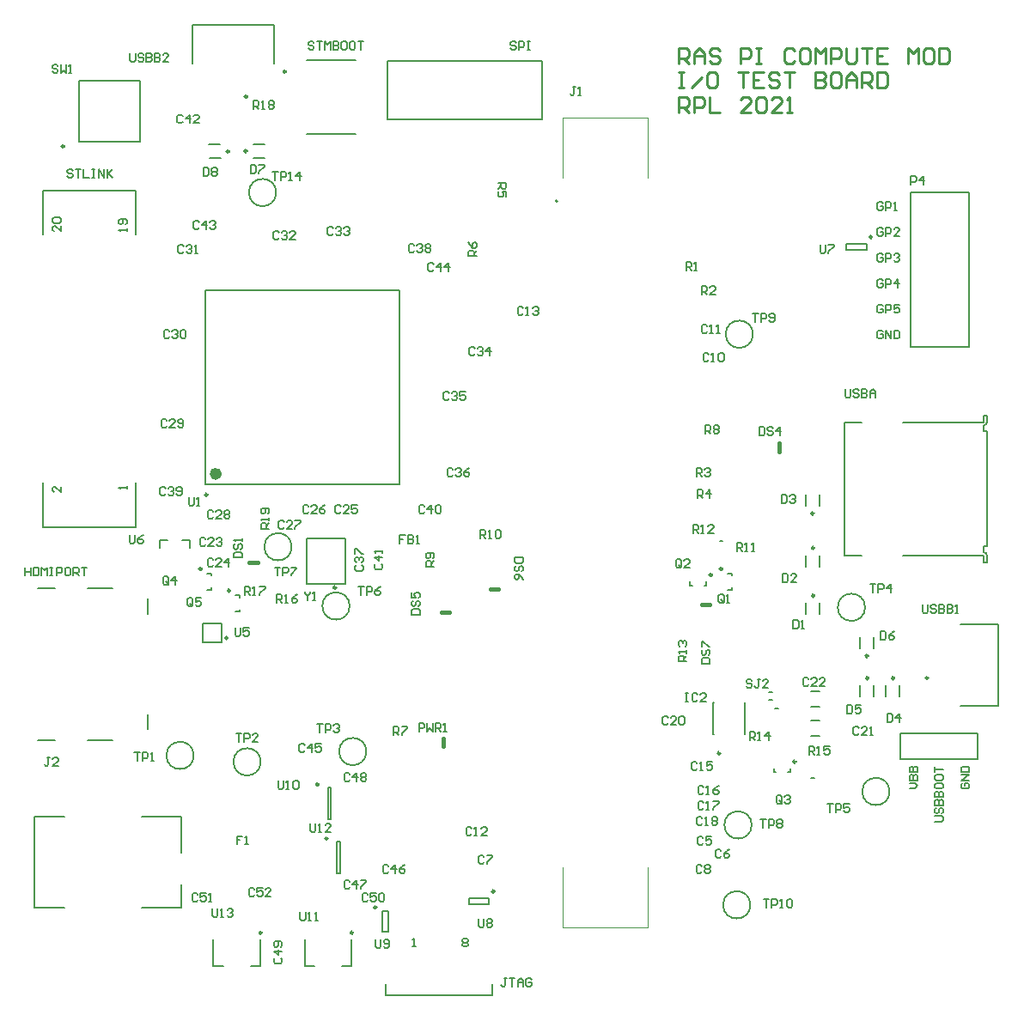
<source format=gto>
G04*
G04 #@! TF.GenerationSoftware,Altium Limited,Altium Designer,20.0.11 (256)*
G04*
G04 Layer_Color=65535*
%FSLAX25Y25*%
%MOIN*%
G70*
G01*
G75*
%ADD10C,0.00984*%
%ADD11C,0.00591*%
%ADD12C,0.02362*%
%ADD13C,0.00787*%
%ADD14C,0.01575*%
%ADD15C,0.00394*%
%ADD16C,0.01000*%
%ADD17C,0.00600*%
D10*
X128150Y24697D02*
G03*
X128150Y24697I-492J0D01*
G01*
X87110Y349240D02*
G03*
X87110Y349240I-492J0D01*
G01*
X102079Y359000D02*
G03*
X102079Y359000I-492J0D01*
G01*
X86972Y328098D02*
G03*
X86972Y328098I-492J0D01*
G01*
X80012Y327902D02*
G03*
X80012Y327902I-492J0D01*
G01*
X114768Y82284D02*
G03*
X114768Y82284I-492J0D01*
G01*
X118268Y61283D02*
G03*
X118268Y61283I-492J0D01*
G01*
X92744Y24677D02*
G03*
X92744Y24677I-492J0D01*
G01*
X121535Y158665D02*
G03*
X121535Y158665I-492J0D01*
G01*
X71689Y194669D02*
G03*
X71689Y194669I-492J0D01*
G01*
X16043Y329925D02*
G03*
X16043Y329925I-492J0D01*
G01*
X327980Y132155D02*
G03*
X327980Y132155I-492J0D01*
G01*
X183004Y40740D02*
G03*
X183004Y40740I-492J0D01*
G01*
X137252Y34512D02*
G03*
X137252Y34512I-492J0D01*
G01*
X306894Y187429D02*
G03*
X306894Y187429I-492J0D01*
G01*
X307091Y174020D02*
G03*
X307091Y174020I-492J0D01*
G01*
X328091Y123520D02*
G03*
X328091Y123520I-492J0D01*
G01*
X307091Y155520D02*
G03*
X307091Y155520I-492J0D01*
G01*
X338091Y123520D02*
G03*
X338091Y123520I-492J0D01*
G01*
X79504Y139130D02*
G03*
X79504Y139130I-492J0D01*
G01*
X299913Y91059D02*
G03*
X299913Y91059I-492J0D01*
G01*
X329504Y294740D02*
G03*
X329504Y294740I-492J0D01*
G01*
X267413Y163559D02*
G03*
X267413Y163559I-492J0D01*
G01*
X270555Y94319D02*
G03*
X270555Y94319I-492J0D01*
G01*
X80433Y157421D02*
G03*
X80433Y157421I-492J0D01*
G01*
X69433Y165921D02*
G03*
X69433Y165921I-492J0D01*
G01*
X351276Y123592D02*
G03*
X351276Y123592I-492J0D01*
G01*
X271433Y165921D02*
G03*
X271433Y165921I-492J0D01*
G01*
D11*
X98295Y312000D02*
G03*
X98295Y312000I-5295J0D01*
G01*
X104295Y174500D02*
G03*
X104295Y174500I-5295J0D01*
G01*
X126795Y151500D02*
G03*
X126795Y151500I-5295J0D01*
G01*
X283295Y257000D02*
G03*
X283295Y257000I-5295J0D01*
G01*
X66295Y93500D02*
G03*
X66295Y93500I-5295J0D01*
G01*
X282795Y66500D02*
G03*
X282795Y66500I-5295J0D01*
G01*
X133295Y95000D02*
G03*
X133295Y95000I-5295J0D01*
G01*
X326795Y151000D02*
G03*
X326795Y151000I-5295J0D01*
G01*
X92295Y91000D02*
G03*
X92295Y91000I-5295J0D01*
G01*
X282295Y35500D02*
G03*
X282295Y35500I-5295J0D01*
G01*
X336295Y79500D02*
G03*
X336295Y79500I-5295J0D01*
G01*
D12*
X76020Y202839D02*
G03*
X76020Y202839I-1181J0D01*
G01*
D13*
X207110Y308264D02*
G03*
X207110Y309051I0J394D01*
G01*
D02*
G03*
X207110Y308264I0J-394D01*
G01*
X374058Y171173D02*
G03*
X372878Y172394I-1180J39D01*
G01*
Y221606D02*
G03*
X374058Y222827I0J1181D01*
G01*
X127461Y11902D02*
Y22138D01*
X123721Y11902D02*
X127461D01*
X109350D02*
Y22138D01*
Y11902D02*
X113091D01*
X7677Y312854D02*
X43898D01*
Y295728D02*
Y312854D01*
X7677Y295728D02*
Y312854D01*
X43898Y182146D02*
Y199272D01*
X7677Y182146D02*
Y199272D01*
Y182146D02*
X43898D01*
X97327Y362232D02*
Y377075D01*
Y368678D02*
Y377075D01*
X65673D02*
X97327D01*
X65673Y362232D02*
Y377075D01*
X109992Y334709D02*
X129008D01*
X109992Y363291D02*
X129008D01*
X141500Y340480D02*
X201500D01*
X141500D02*
Y363000D01*
X201500Y340480D02*
Y363000D01*
X141500D02*
X201500D01*
X89391Y325331D02*
X93722D01*
X89335Y330756D02*
X93665D01*
X72278Y330669D02*
X76609D01*
X72335Y325244D02*
X76665D01*
X118409Y81102D02*
X119591D01*
X118409Y68898D02*
X119591D01*
X118409D02*
Y81102D01*
X119591Y68898D02*
Y81102D01*
X121909Y60102D02*
X123091D01*
X121909Y47898D02*
X123091D01*
X121909D02*
Y60102D01*
X123091Y47898D02*
Y60102D01*
X73945Y11882D02*
X77685D01*
X73945D02*
Y22118D01*
X88315Y11882D02*
X92055D01*
Y22118D01*
X110020Y160142D02*
X124980D01*
Y177858D01*
X110020D02*
X124980D01*
X110020Y160142D02*
Y177858D01*
X70902Y198902D02*
X146098D01*
X70902Y274098D02*
X146098D01*
X70902Y198902D02*
Y274098D01*
X146098Y198902D02*
Y274098D01*
X21689Y331689D02*
Y355311D01*
Y331689D02*
X45311D01*
Y355311D01*
X21689D02*
X45311D01*
X324831Y135010D02*
Y139340D01*
X330256Y135066D02*
Y139397D01*
X305925Y112547D02*
X309075D01*
X305925Y118453D02*
X309075D01*
X61543Y34283D02*
Y43535D01*
X4457Y34283D02*
X16071D01*
X45992D02*
X61543D01*
Y55740D02*
Y69717D01*
X45992D02*
X61543D01*
X4457D02*
X16071D01*
X4457Y34283D02*
Y69717D01*
X173063Y35819D02*
X180937D01*
X173063Y38181D02*
X180937D01*
X173063Y35819D02*
Y38181D01*
X180937Y35819D02*
Y38181D01*
X141681Y25063D02*
Y32937D01*
X139319Y25063D02*
Y32937D01*
Y25063D02*
X141681D01*
X139319Y32937D02*
X141681D01*
X309169Y190340D02*
Y194671D01*
X303744Y190284D02*
Y194615D01*
X303831Y166778D02*
Y171109D01*
X309256Y166835D02*
Y171165D01*
X324831Y116278D02*
Y120609D01*
X330256Y116335D02*
Y120665D01*
X303831Y148278D02*
Y152609D01*
X309256Y148335D02*
Y152665D01*
X334831Y116278D02*
Y120609D01*
X340256Y116335D02*
Y120665D01*
X182268Y240D02*
Y4571D01*
X140732Y240D02*
Y4571D01*
Y240D02*
X182268D01*
X69799Y137299D02*
X77201D01*
X69799D02*
Y144701D01*
X77201D01*
Y137299D02*
Y144701D01*
X291350Y86925D02*
X292138D01*
X291350D02*
Y88532D01*
X296862Y86925D02*
X297650D01*
Y88532D01*
X327437Y289819D02*
Y292181D01*
X319563Y289819D02*
Y292181D01*
X327437D01*
X319563Y289819D02*
X327437D01*
X258850Y159425D02*
X259638D01*
X258850D02*
Y161031D01*
X264362Y159425D02*
X265150D01*
Y161031D01*
X267898Y101898D02*
Y114102D01*
X280004D02*
X280102D01*
X267898D02*
X267996D01*
X280102Y101898D02*
Y114102D01*
X280004Y101898D02*
X280102D01*
X267898D02*
X267996D01*
X370500Y92000D02*
Y102000D01*
X340500Y92000D02*
X370500D01*
X340500D02*
Y102000D01*
X370500D01*
X64906Y174000D02*
Y177150D01*
X61953D02*
X64906D01*
X53095Y174000D02*
Y177150D01*
X56047D01*
X367000Y252000D02*
Y312000D01*
X344480Y252000D02*
X367000D01*
X344480Y312000D02*
X367000D01*
X344480Y252000D02*
Y312000D01*
X289394Y117936D02*
X290969D01*
X289394Y115180D02*
X290969D01*
X305925Y101047D02*
X309075D01*
X305925Y106953D02*
X309075D01*
X84075Y149350D02*
Y150138D01*
X82468Y149350D02*
X84075D01*
Y154862D02*
Y155650D01*
X82468D02*
X84075D01*
X73075Y157850D02*
Y158638D01*
X71469Y157850D02*
X73075D01*
Y163362D02*
Y164150D01*
X71469D02*
X73075D01*
X270409Y176831D02*
X271591D01*
X305909Y84669D02*
X307090D01*
X363776Y112884D02*
X378618D01*
X370221D02*
X378618D01*
Y144537D01*
X363776D02*
X378618D01*
X275075Y157850D02*
Y158638D01*
X273468Y157850D02*
X275075D01*
Y163362D02*
Y164150D01*
X273468D02*
X275075D01*
X291850Y111719D02*
X293031D01*
X372878Y174756D02*
X374059Y174756D01*
X372878Y168457D02*
X374059D01*
X372878D02*
Y171213D01*
X374058Y171173D02*
X374059Y168457D01*
X372878Y174756D02*
X372878Y172394D01*
X372878Y219244D02*
X372878Y221606D01*
X372878Y219244D02*
X374059D01*
X374058Y222827D02*
X374059Y225543D01*
X372878Y222787D02*
Y225543D01*
X374059D01*
X318941Y171213D02*
Y222787D01*
X374059Y174756D02*
Y219244D01*
X318941Y171213D02*
X325634D01*
X341539D02*
X372878D01*
X341539Y222787D02*
X372878D01*
X318941D02*
X325634D01*
X5701Y99472D02*
X12394D01*
X24992D02*
X34835D01*
X48417Y103606D02*
Y109512D01*
Y148488D02*
Y154394D01*
X24992Y158528D02*
X34835D01*
X5701D02*
X12394D01*
D14*
X87925Y168504D02*
X91075D01*
X181425Y158004D02*
X184575D01*
X162425Y149004D02*
X165575D01*
X293496Y211425D02*
Y214575D01*
X263425Y151996D02*
X266575D01*
X162996Y96925D02*
Y100075D01*
D15*
X209472Y317713D02*
Y340941D01*
X242543D01*
Y317713D02*
Y340941D01*
X209472Y26768D02*
Y49996D01*
Y26768D02*
X242543D01*
Y49996D01*
D16*
X254500Y362195D02*
Y368193D01*
X257499D01*
X258499Y367194D01*
Y365194D01*
X257499Y364195D01*
X254500D01*
X256499D02*
X258499Y362195D01*
X260498D02*
Y366194D01*
X262497Y368193D01*
X264497Y366194D01*
Y362195D01*
Y365194D01*
X260498D01*
X270495Y367194D02*
X269495Y368193D01*
X267496D01*
X266496Y367194D01*
Y366194D01*
X267496Y365194D01*
X269495D01*
X270495Y364195D01*
Y363195D01*
X269495Y362195D01*
X267496D01*
X266496Y363195D01*
X278492Y362195D02*
Y368193D01*
X281491D01*
X282491Y367194D01*
Y365194D01*
X281491Y364195D01*
X278492D01*
X284490Y368193D02*
X286490D01*
X285490D01*
Y362195D01*
X284490D01*
X286490D01*
X299485Y367194D02*
X298486Y368193D01*
X296486D01*
X295487Y367194D01*
Y363195D01*
X296486Y362195D01*
X298486D01*
X299485Y363195D01*
X304484Y368193D02*
X302484D01*
X301485Y367194D01*
Y363195D01*
X302484Y362195D01*
X304484D01*
X305484Y363195D01*
Y367194D01*
X304484Y368193D01*
X307483Y362195D02*
Y368193D01*
X309482Y366194D01*
X311482Y368193D01*
Y362195D01*
X313481D02*
Y368193D01*
X316480D01*
X317480Y367194D01*
Y365194D01*
X316480Y364195D01*
X313481D01*
X319479Y368193D02*
Y363195D01*
X320479Y362195D01*
X322478D01*
X323478Y363195D01*
Y368193D01*
X325477D02*
X329476D01*
X327476D01*
Y362195D01*
X335474Y368193D02*
X331475D01*
Y362195D01*
X335474D01*
X331475Y365194D02*
X333474D01*
X343471Y362195D02*
Y368193D01*
X345471Y366194D01*
X347470Y368193D01*
Y362195D01*
X352468Y368193D02*
X350469D01*
X349469Y367194D01*
Y363195D01*
X350469Y362195D01*
X352468D01*
X353468Y363195D01*
Y367194D01*
X352468Y368193D01*
X355467D02*
Y362195D01*
X358466D01*
X359466Y363195D01*
Y367194D01*
X358466Y368193D01*
X355467D01*
X254500Y358596D02*
X256499D01*
X255500D01*
Y352598D01*
X254500D01*
X256499D01*
X259498D02*
X263497Y356596D01*
X268495Y358596D02*
X266496D01*
X265496Y357596D01*
Y353597D01*
X266496Y352598D01*
X268495D01*
X269495Y353597D01*
Y357596D01*
X268495Y358596D01*
X277493D02*
X281491D01*
X279492D01*
Y352598D01*
X287489Y358596D02*
X283491D01*
Y352598D01*
X287489D01*
X283491Y355597D02*
X285490D01*
X293487Y357596D02*
X292488Y358596D01*
X290488D01*
X289489Y357596D01*
Y356596D01*
X290488Y355597D01*
X292488D01*
X293487Y354597D01*
Y353597D01*
X292488Y352598D01*
X290488D01*
X289489Y353597D01*
X295487Y358596D02*
X299485D01*
X297486D01*
Y352598D01*
X307483Y358596D02*
Y352598D01*
X310482D01*
X311482Y353597D01*
Y354597D01*
X310482Y355597D01*
X307483D01*
X310482D01*
X311482Y356596D01*
Y357596D01*
X310482Y358596D01*
X307483D01*
X316480D02*
X314481D01*
X313481Y357596D01*
Y353597D01*
X314481Y352598D01*
X316480D01*
X317480Y353597D01*
Y357596D01*
X316480Y358596D01*
X319479Y352598D02*
Y356596D01*
X321478Y358596D01*
X323478Y356596D01*
Y352598D01*
Y355597D01*
X319479D01*
X325477Y352598D02*
Y358596D01*
X328476D01*
X329476Y357596D01*
Y355597D01*
X328476Y354597D01*
X325477D01*
X327476D02*
X329476Y352598D01*
X331475Y358596D02*
Y352598D01*
X334474D01*
X335474Y353597D01*
Y357596D01*
X334474Y358596D01*
X331475D01*
X254500Y343000D02*
Y348998D01*
X257499D01*
X258499Y347998D01*
Y345999D01*
X257499Y344999D01*
X254500D01*
X256499D02*
X258499Y343000D01*
X260498D02*
Y348998D01*
X263497D01*
X264497Y347998D01*
Y345999D01*
X263497Y344999D01*
X260498D01*
X266496Y348998D02*
Y343000D01*
X270495D01*
X282491D02*
X278492D01*
X282491Y346999D01*
Y347998D01*
X281491Y348998D01*
X279492D01*
X278492Y347998D01*
X284490D02*
X285490Y348998D01*
X287489D01*
X288489Y347998D01*
Y344000D01*
X287489Y343000D01*
X285490D01*
X284490Y344000D01*
Y347998D01*
X294487Y343000D02*
X290488D01*
X294487Y346999D01*
Y347998D01*
X293487Y348998D01*
X291488D01*
X290488Y347998D01*
X296486Y343000D02*
X298486D01*
X297486D01*
Y348998D01*
X296486Y347998D01*
D17*
X14764Y299042D02*
Y296909D01*
X12631Y299042D01*
X12098D01*
X11565Y298509D01*
Y297443D01*
X12098Y296909D01*
Y300108D02*
X11565Y300642D01*
Y301708D01*
X12098Y302241D01*
X14231D01*
X14764Y301708D01*
Y300642D01*
X14231Y300108D01*
X12098D01*
X40354Y296909D02*
Y297976D01*
Y297443D01*
X37155D01*
X37688Y296909D01*
X39821Y299575D02*
X40354Y300108D01*
Y301175D01*
X39821Y301708D01*
X37688D01*
X37155Y301175D01*
Y300108D01*
X37688Y299575D01*
X38222D01*
X38755Y300108D01*
Y301708D01*
X40354Y196909D02*
Y197976D01*
Y197443D01*
X37155D01*
X37688Y196909D01*
X14764Y197861D02*
Y195728D01*
X12631Y197861D01*
X12098D01*
X11565Y197328D01*
Y196262D01*
X12098Y195728D01*
X364519Y82721D02*
X363986Y82188D01*
Y81121D01*
X364519Y80588D01*
X366652D01*
X367185Y81121D01*
Y82188D01*
X366652Y82721D01*
X365585D01*
Y81655D01*
X367185Y83787D02*
X363986D01*
X367185Y85920D01*
X363986D01*
Y86986D02*
X367185D01*
Y88586D01*
X366652Y89119D01*
X364519D01*
X363986Y88586D01*
Y86986D01*
X343986Y80588D02*
X346118D01*
X347185Y81655D01*
X346118Y82721D01*
X343986D01*
Y83787D02*
X347185D01*
Y85387D01*
X346652Y85920D01*
X346118D01*
X345585Y85387D01*
Y83787D01*
Y85387D01*
X345052Y85920D01*
X344519D01*
X343986Y85387D01*
Y83787D01*
Y86986D02*
X347185D01*
Y88586D01*
X346652Y89119D01*
X346118D01*
X345585Y88586D01*
Y86986D01*
Y88586D01*
X345052Y89119D01*
X344519D01*
X343986Y88586D01*
Y86986D01*
X333721Y257981D02*
X333188Y258514D01*
X332121D01*
X331588Y257981D01*
Y255848D01*
X332121Y255315D01*
X333188D01*
X333721Y255848D01*
Y256915D01*
X332655D01*
X334787Y255315D02*
Y258514D01*
X336920Y255315D01*
Y258514D01*
X337986D02*
Y255315D01*
X339586D01*
X340119Y255848D01*
Y257981D01*
X339586Y258514D01*
X337986D01*
X333721Y267938D02*
X333188Y268471D01*
X332121D01*
X331588Y267938D01*
Y265805D01*
X332121Y265272D01*
X333188D01*
X333721Y265805D01*
Y266872D01*
X332655D01*
X334787Y265272D02*
Y268471D01*
X336387D01*
X336920Y267938D01*
Y266872D01*
X336387Y266338D01*
X334787D01*
X340119Y268471D02*
X337986D01*
Y266872D01*
X339053Y267405D01*
X339586D01*
X340119Y266872D01*
Y265805D01*
X339586Y265272D01*
X338519D01*
X337986Y265805D01*
X333721Y277895D02*
X333188Y278428D01*
X332121D01*
X331588Y277895D01*
Y275762D01*
X332121Y275229D01*
X333188D01*
X333721Y275762D01*
Y276829D01*
X332655D01*
X334787Y275229D02*
Y278428D01*
X336387D01*
X336920Y277895D01*
Y276829D01*
X336387Y276295D01*
X334787D01*
X339586Y275229D02*
Y278428D01*
X337986Y276829D01*
X340119D01*
X333721Y287852D02*
X333188Y288385D01*
X332121D01*
X331588Y287852D01*
Y285719D01*
X332121Y285186D01*
X333188D01*
X333721Y285719D01*
Y286786D01*
X332655D01*
X334787Y285186D02*
Y288385D01*
X336387D01*
X336920Y287852D01*
Y286786D01*
X336387Y286252D01*
X334787D01*
X337986Y287852D02*
X338519Y288385D01*
X339586D01*
X340119Y287852D01*
Y287319D01*
X339586Y286786D01*
X339053D01*
X339586D01*
X340119Y286252D01*
Y285719D01*
X339586Y285186D01*
X338519D01*
X337986Y285719D01*
X333721Y297809D02*
X333188Y298342D01*
X332121D01*
X331588Y297809D01*
Y295676D01*
X332121Y295143D01*
X333188D01*
X333721Y295676D01*
Y296743D01*
X332655D01*
X334787Y295143D02*
Y298342D01*
X336387D01*
X336920Y297809D01*
Y296743D01*
X336387Y296209D01*
X334787D01*
X340119Y295143D02*
X337986D01*
X340119Y297276D01*
Y297809D01*
X339586Y298342D01*
X338519D01*
X337986Y297809D01*
X333721Y307766D02*
X333188Y308299D01*
X332121D01*
X331588Y307766D01*
Y305633D01*
X332121Y305100D01*
X333188D01*
X333721Y305633D01*
Y306699D01*
X332655D01*
X334787Y305100D02*
Y308299D01*
X336387D01*
X336920Y307766D01*
Y306699D01*
X336387Y306166D01*
X334787D01*
X337986Y305100D02*
X339053D01*
X338519D01*
Y308299D01*
X337986Y307766D01*
X170555Y21941D02*
X171088Y22475D01*
X172155D01*
X172688Y21941D01*
Y21408D01*
X172155Y20875D01*
X172688Y20342D01*
Y19809D01*
X172155Y19276D01*
X171088D01*
X170555Y19809D01*
Y20342D01*
X171088Y20875D01*
X170555Y21408D01*
Y21941D01*
X171088Y20875D02*
X172155D01*
X151264Y19276D02*
X152330D01*
X151797D01*
Y22475D01*
X151264Y21941D01*
X96902Y320099D02*
X99035D01*
X97968D01*
Y316900D01*
X100101D02*
Y320099D01*
X101700D01*
X102233Y319566D01*
Y318500D01*
X101700Y317967D01*
X100101D01*
X103300Y316900D02*
X104366D01*
X103833D01*
Y320099D01*
X103300Y319566D01*
X107565Y316900D02*
Y320099D01*
X105966Y318500D01*
X108098D01*
X97766Y166568D02*
X99899D01*
X98832D01*
Y163369D01*
X100965D02*
Y166568D01*
X102565D01*
X103098Y166035D01*
Y164969D01*
X102565Y164435D01*
X100965D01*
X104164Y166568D02*
X106297D01*
Y166035D01*
X104164Y163902D01*
Y163369D01*
X130235Y159099D02*
X132367D01*
X131301D01*
Y155901D01*
X133434D02*
Y159099D01*
X135033D01*
X135566Y158566D01*
Y157500D01*
X135033Y156967D01*
X133434D01*
X138765Y159099D02*
X137699Y158566D01*
X136633Y157500D01*
Y156434D01*
X137166Y155901D01*
X138232D01*
X138765Y156434D01*
Y156967D01*
X138232Y157500D01*
X136633D01*
X95600Y181501D02*
X92400D01*
Y183101D01*
X92934Y183634D01*
X94000D01*
X94533Y183101D01*
Y181501D01*
Y182568D02*
X95600Y183634D01*
Y184700D02*
Y185767D01*
Y185233D01*
X92400D01*
X92934Y184700D01*
X95066Y187366D02*
X95600Y187899D01*
Y188966D01*
X95066Y189499D01*
X92934D01*
X92400Y188966D01*
Y187899D01*
X92934Y187366D01*
X93467D01*
X94000Y187899D01*
Y189499D01*
X81901Y170268D02*
X85100D01*
Y171867D01*
X84566Y172400D01*
X82434D01*
X81901Y171867D01*
Y170268D01*
X82434Y175600D02*
X81901Y175066D01*
Y174000D01*
X82434Y173467D01*
X82967D01*
X83500Y174000D01*
Y175066D01*
X84033Y175600D01*
X84566D01*
X85100Y175066D01*
Y174000D01*
X84566Y173467D01*
X85100Y176666D02*
Y177732D01*
Y177199D01*
X81901D01*
X82434Y176666D01*
X70007Y321600D02*
Y318401D01*
X71607D01*
X72140Y318934D01*
Y321066D01*
X71607Y321600D01*
X70007D01*
X73206Y321066D02*
X73740Y321600D01*
X74806D01*
X75339Y321066D01*
Y320533D01*
X74806Y320000D01*
X75339Y319467D01*
Y318934D01*
X74806Y318401D01*
X73740D01*
X73206Y318934D01*
Y319467D01*
X73740Y320000D01*
X73206Y320533D01*
Y321066D01*
X73740Y320000D02*
X74806D01*
X88334Y322600D02*
Y319401D01*
X89934D01*
X90467Y319934D01*
Y322066D01*
X89934Y322600D01*
X88334D01*
X91533D02*
X93666D01*
Y322066D01*
X91533Y319934D01*
Y319401D01*
X73500Y34099D02*
Y31433D01*
X74033Y30900D01*
X75099D01*
X75633Y31433D01*
Y34099D01*
X76699Y30900D02*
X77765D01*
X77232D01*
Y34099D01*
X76699Y33566D01*
X79365D02*
X79898Y34099D01*
X80964D01*
X81497Y33566D01*
Y33033D01*
X80964Y32500D01*
X80431D01*
X80964D01*
X81497Y31966D01*
Y31433D01*
X80964Y30900D01*
X79898D01*
X79365Y31433D01*
X111501Y67099D02*
Y64434D01*
X112034Y63901D01*
X113101D01*
X113634Y64434D01*
Y67099D01*
X114700Y63901D02*
X115767D01*
X115233D01*
Y67099D01*
X114700Y66566D01*
X119499Y63901D02*
X117366D01*
X119499Y66033D01*
Y66566D01*
X118966Y67099D01*
X117899D01*
X117366Y66566D01*
X107535Y32599D02*
Y29934D01*
X108068Y29401D01*
X109134D01*
X109667Y29934D01*
Y32599D01*
X110733Y29401D02*
X111800D01*
X111267D01*
Y32599D01*
X110733Y32066D01*
X113399Y29401D02*
X114466D01*
X113932D01*
Y32599D01*
X113399Y32066D01*
X99001Y83600D02*
Y80934D01*
X99534Y80401D01*
X100601D01*
X101134Y80934D01*
Y83600D01*
X102200Y80401D02*
X103267D01*
X102733D01*
Y83600D01*
X102200Y83066D01*
X104866D02*
X105399Y83600D01*
X106466D01*
X106999Y83066D01*
Y80934D01*
X106466Y80401D01*
X105399D01*
X104866Y80934D01*
Y83066D01*
X89867Y41566D02*
X89334Y42099D01*
X88268D01*
X87735Y41566D01*
Y39434D01*
X88268Y38901D01*
X89334D01*
X89867Y39434D01*
X93066Y42099D02*
X90934D01*
Y40500D01*
X92000Y41033D01*
X92533D01*
X93066Y40500D01*
Y39434D01*
X92533Y38901D01*
X91467D01*
X90934Y39434D01*
X96265Y38901D02*
X94133D01*
X96265Y41033D01*
Y41566D01*
X95732Y42099D01*
X94666D01*
X94133Y41566D01*
X67901Y39566D02*
X67367Y40099D01*
X66301D01*
X65768Y39566D01*
Y37434D01*
X66301Y36900D01*
X67367D01*
X67901Y37434D01*
X71100Y40099D02*
X68967D01*
Y38500D01*
X70033Y39033D01*
X70566D01*
X71100Y38500D01*
Y37434D01*
X70566Y36900D01*
X69500D01*
X68967Y37434D01*
X72166Y36900D02*
X73232D01*
X72699D01*
Y40099D01*
X72166Y39566D01*
X133867D02*
X133334Y40099D01*
X132268D01*
X131735Y39566D01*
Y37434D01*
X132268Y36900D01*
X133334D01*
X133867Y37434D01*
X137066Y40099D02*
X134934D01*
Y38500D01*
X136000Y39033D01*
X136533D01*
X137066Y38500D01*
Y37434D01*
X136533Y36900D01*
X135467D01*
X134934Y37434D01*
X138133Y39566D02*
X138666Y40099D01*
X139732D01*
X140265Y39566D01*
Y37434D01*
X139732Y36900D01*
X138666D01*
X138133Y37434D01*
Y39566D01*
X97934Y14867D02*
X97400Y14334D01*
Y13268D01*
X97934Y12735D01*
X100066D01*
X100600Y13268D01*
Y14334D01*
X100066Y14867D01*
X100600Y17533D02*
X97400D01*
X99000Y15934D01*
Y18066D01*
X100066Y19133D02*
X100600Y19666D01*
Y20732D01*
X100066Y21265D01*
X97934D01*
X97400Y20732D01*
Y19666D01*
X97934Y19133D01*
X98467D01*
X99000Y19666D01*
Y21265D01*
X126867Y86066D02*
X126334Y86599D01*
X125268D01*
X124735Y86066D01*
Y83934D01*
X125268Y83400D01*
X126334D01*
X126867Y83934D01*
X129533Y83400D02*
Y86599D01*
X127934Y85000D01*
X130066D01*
X131133Y86066D02*
X131666Y86599D01*
X132732D01*
X133265Y86066D01*
Y85533D01*
X132732Y85000D01*
X133265Y84467D01*
Y83934D01*
X132732Y83400D01*
X131666D01*
X131133Y83934D01*
Y84467D01*
X131666Y85000D01*
X131133Y85533D01*
Y86066D01*
X131666Y85000D02*
X132732D01*
X126867Y44566D02*
X126334Y45099D01*
X125268D01*
X124735Y44566D01*
Y42434D01*
X125268Y41901D01*
X126334D01*
X126867Y42434D01*
X129533Y41901D02*
Y45099D01*
X127934Y43500D01*
X130066D01*
X131133Y45099D02*
X133265D01*
Y44566D01*
X131133Y42434D01*
Y41901D01*
X141867Y50566D02*
X141334Y51099D01*
X140268D01*
X139735Y50566D01*
Y48434D01*
X140268Y47901D01*
X141334D01*
X141867Y48434D01*
X144533Y47901D02*
Y51099D01*
X142934Y49500D01*
X145066D01*
X148265Y51099D02*
X147199Y50566D01*
X146133Y49500D01*
Y48434D01*
X146666Y47901D01*
X147732D01*
X148265Y48434D01*
Y48967D01*
X147732Y49500D01*
X146133D01*
X109367Y97566D02*
X108834Y98099D01*
X107768D01*
X107235Y97566D01*
Y95434D01*
X107768Y94901D01*
X108834D01*
X109367Y95434D01*
X112033Y94901D02*
Y98099D01*
X110434Y96500D01*
X112566D01*
X115765Y98099D02*
X113633D01*
Y96500D01*
X114699Y97033D01*
X115232D01*
X115765Y96500D01*
Y95434D01*
X115232Y94901D01*
X114166D01*
X113633Y95434D01*
X109367Y157099D02*
Y156566D01*
X110434Y155500D01*
X111500Y156566D01*
Y157099D01*
X110434Y155500D02*
Y153901D01*
X112566D02*
X113633D01*
X113100D01*
Y157099D01*
X112566Y156566D01*
X191401Y370066D02*
X190867Y370600D01*
X189801D01*
X189268Y370066D01*
Y369533D01*
X189801Y369000D01*
X190867D01*
X191401Y368467D01*
Y367934D01*
X190867Y367401D01*
X189801D01*
X189268Y367934D01*
X192467Y367401D02*
Y370600D01*
X194066D01*
X194599Y370066D01*
Y369000D01*
X194066Y368467D01*
X192467D01*
X195666Y370600D02*
X196732D01*
X196199D01*
Y367401D01*
X195666D01*
X196732D01*
X64367Y193599D02*
Y190934D01*
X64900Y190401D01*
X65967D01*
X66500Y190934D01*
Y193599D01*
X67566Y190401D02*
X68633D01*
X68099D01*
Y193599D01*
X67566Y193066D01*
X41536Y366100D02*
Y363434D01*
X42069Y362900D01*
X43135D01*
X43668Y363434D01*
Y366100D01*
X46867Y365566D02*
X46334Y366100D01*
X45268D01*
X44735Y365566D01*
Y365033D01*
X45268Y364500D01*
X46334D01*
X46867Y363967D01*
Y363434D01*
X46334Y362900D01*
X45268D01*
X44735Y363434D01*
X47934Y366100D02*
Y362900D01*
X49533D01*
X50066Y363434D01*
Y363967D01*
X49533Y364500D01*
X47934D01*
X49533D01*
X50066Y365033D01*
Y365566D01*
X49533Y366100D01*
X47934D01*
X51133D02*
Y362900D01*
X52732D01*
X53265Y363434D01*
Y363967D01*
X52732Y364500D01*
X51133D01*
X52732D01*
X53265Y365033D01*
Y365566D01*
X52732Y366100D01*
X51133D01*
X56464Y362900D02*
X54332D01*
X56464Y365033D01*
Y365566D01*
X55931Y366100D01*
X54865D01*
X54332Y365566D01*
X13633Y361066D02*
X13100Y361599D01*
X12033D01*
X11500Y361066D01*
Y360533D01*
X12033Y359999D01*
X13100D01*
X13633Y359466D01*
Y358933D01*
X13100Y358400D01*
X12033D01*
X11500Y358933D01*
X14699Y361599D02*
Y358400D01*
X15765Y359466D01*
X16832Y358400D01*
Y361599D01*
X17898Y358400D02*
X18964D01*
X18431D01*
Y361599D01*
X17898Y361066D01*
X89501Y344401D02*
Y347600D01*
X91101D01*
X91634Y347066D01*
Y346000D01*
X91101Y345467D01*
X89501D01*
X90568D02*
X91634Y344401D01*
X92700D02*
X93767D01*
X93233D01*
Y347600D01*
X92700Y347066D01*
X95366D02*
X95899Y347600D01*
X96965D01*
X97499Y347066D01*
Y346533D01*
X96965Y346000D01*
X97499Y345467D01*
Y344934D01*
X96965Y344401D01*
X95899D01*
X95366Y344934D01*
Y345467D01*
X95899Y346000D01*
X95366Y346533D01*
Y347066D01*
X95899Y346000D02*
X96965D01*
X112969Y370066D02*
X112436Y370600D01*
X111370D01*
X110837Y370066D01*
Y369533D01*
X111370Y369000D01*
X112436D01*
X112969Y368467D01*
Y367934D01*
X112436Y367401D01*
X111370D01*
X110837Y367934D01*
X114036Y370600D02*
X116168D01*
X115102D01*
Y367401D01*
X117235D02*
Y370600D01*
X118301Y369533D01*
X119367Y370600D01*
Y367401D01*
X120434Y370600D02*
Y367401D01*
X122033D01*
X122566Y367934D01*
Y368467D01*
X122033Y369000D01*
X120434D01*
X122033D01*
X122566Y369533D01*
Y370066D01*
X122033Y370600D01*
X120434D01*
X125232D02*
X124166D01*
X123633Y370066D01*
Y367934D01*
X124166Y367401D01*
X125232D01*
X125765Y367934D01*
Y370066D01*
X125232Y370600D01*
X128431D02*
X127365D01*
X126832Y370066D01*
Y367934D01*
X127365Y367401D01*
X128431D01*
X128964Y367934D01*
Y370066D01*
X128431Y370600D01*
X130031D02*
X132163D01*
X131097D01*
Y367401D01*
X19335Y320566D02*
X18802Y321099D01*
X17736D01*
X17203Y320566D01*
Y320033D01*
X17736Y319500D01*
X18802D01*
X19335Y318967D01*
Y318434D01*
X18802Y317900D01*
X17736D01*
X17203Y318434D01*
X20402Y321099D02*
X22535D01*
X21468D01*
Y317900D01*
X23601Y321099D02*
Y317900D01*
X25733D01*
X26800Y321099D02*
X27866D01*
X27333D01*
Y317900D01*
X26800D01*
X27866D01*
X29466D02*
Y321099D01*
X31598Y317900D01*
Y321099D01*
X32664D02*
Y317900D01*
Y318967D01*
X34797Y321099D01*
X33198Y319500D01*
X34797Y317900D01*
X148400Y179100D02*
X146268D01*
Y177500D01*
X147334D01*
X146268D01*
Y175900D01*
X149467Y179100D02*
Y175900D01*
X151066D01*
X151600Y176434D01*
Y176967D01*
X151066Y177500D01*
X149467D01*
X151066D01*
X151600Y178033D01*
Y178566D01*
X151066Y179100D01*
X149467D01*
X152666Y175900D02*
X153732D01*
X153199D01*
Y179100D01*
X152666Y178566D01*
X159367Y284066D02*
X158834Y284599D01*
X157768D01*
X157235Y284066D01*
Y281934D01*
X157768Y281400D01*
X158834D01*
X159367Y281934D01*
X162033Y281400D02*
Y284599D01*
X160434Y283000D01*
X162566D01*
X165232Y281400D02*
Y284599D01*
X163633Y283000D01*
X165765D01*
X68367Y300566D02*
X67834Y301099D01*
X66768D01*
X66235Y300566D01*
Y298434D01*
X66768Y297901D01*
X67834D01*
X68367Y298434D01*
X71033Y297901D02*
Y301099D01*
X69434Y299500D01*
X71566D01*
X72633Y300566D02*
X73166Y301099D01*
X74232D01*
X74765Y300566D01*
Y300033D01*
X74232Y299500D01*
X73699D01*
X74232D01*
X74765Y298967D01*
Y298434D01*
X74232Y297901D01*
X73166D01*
X72633Y298434D01*
X62033Y341666D02*
X61500Y342199D01*
X60433D01*
X59900Y341666D01*
Y339533D01*
X60433Y339000D01*
X61500D01*
X62033Y339533D01*
X64698Y339000D02*
Y342199D01*
X63099Y340599D01*
X65232D01*
X68431Y339000D02*
X66298D01*
X68431Y341133D01*
Y341666D01*
X67897Y342199D01*
X66831D01*
X66298Y341666D01*
X136934Y167901D02*
X136400Y167367D01*
Y166301D01*
X136934Y165768D01*
X139066D01*
X139600Y166301D01*
Y167367D01*
X139066Y167901D01*
X139600Y170566D02*
X136400D01*
X138000Y168967D01*
Y171099D01*
X139600Y172166D02*
Y173232D01*
Y172699D01*
X136400D01*
X136934Y172166D01*
X155867Y190066D02*
X155334Y190600D01*
X154268D01*
X153735Y190066D01*
Y187934D01*
X154268Y187400D01*
X155334D01*
X155867Y187934D01*
X158533Y187400D02*
Y190600D01*
X156934Y189000D01*
X159066D01*
X160133Y190066D02*
X160666Y190600D01*
X161732D01*
X162265Y190066D01*
Y187934D01*
X161732Y187400D01*
X160666D01*
X160133Y187934D01*
Y190066D01*
X55367Y197066D02*
X54834Y197599D01*
X53768D01*
X53235Y197066D01*
Y194934D01*
X53768Y194401D01*
X54834D01*
X55367Y194934D01*
X56434Y197066D02*
X56967Y197599D01*
X58033D01*
X58566Y197066D01*
Y196533D01*
X58033Y196000D01*
X57500D01*
X58033D01*
X58566Y195467D01*
Y194934D01*
X58033Y194401D01*
X56967D01*
X56434Y194934D01*
X59633D02*
X60166Y194401D01*
X61232D01*
X61765Y194934D01*
Y197066D01*
X61232Y197599D01*
X60166D01*
X59633Y197066D01*
Y196533D01*
X60166Y196000D01*
X61765D01*
X151867Y291566D02*
X151334Y292099D01*
X150268D01*
X149735Y291566D01*
Y289434D01*
X150268Y288900D01*
X151334D01*
X151867Y289434D01*
X152934Y291566D02*
X153467Y292099D01*
X154533D01*
X155066Y291566D01*
Y291033D01*
X154533Y290500D01*
X154000D01*
X154533D01*
X155066Y289967D01*
Y289434D01*
X154533Y288900D01*
X153467D01*
X152934Y289434D01*
X156133Y291566D02*
X156666Y292099D01*
X157732D01*
X158265Y291566D01*
Y291033D01*
X157732Y290500D01*
X158265Y289967D01*
Y289434D01*
X157732Y288900D01*
X156666D01*
X156133Y289434D01*
Y289967D01*
X156666Y290500D01*
X156133Y291033D01*
Y291566D01*
X156666Y290500D02*
X157732D01*
X129434Y167367D02*
X128901Y166834D01*
Y165768D01*
X129434Y165235D01*
X131566D01*
X132099Y165768D01*
Y166834D01*
X131566Y167367D01*
X129434Y168434D02*
X128901Y168967D01*
Y170033D01*
X129434Y170566D01*
X129967D01*
X130500Y170033D01*
Y169500D01*
Y170033D01*
X131033Y170566D01*
X131566D01*
X132099Y170033D01*
Y168967D01*
X131566Y168434D01*
X128901Y171633D02*
Y173765D01*
X129434D01*
X131566Y171633D01*
X132099D01*
X166867Y204566D02*
X166334Y205100D01*
X165268D01*
X164735Y204566D01*
Y202434D01*
X165268Y201901D01*
X166334D01*
X166867Y202434D01*
X167934Y204566D02*
X168467Y205100D01*
X169533D01*
X170066Y204566D01*
Y204033D01*
X169533Y203500D01*
X169000D01*
X169533D01*
X170066Y202967D01*
Y202434D01*
X169533Y201901D01*
X168467D01*
X167934Y202434D01*
X173265Y205100D02*
X172199Y204566D01*
X171133Y203500D01*
Y202434D01*
X171666Y201901D01*
X172732D01*
X173265Y202434D01*
Y202967D01*
X172732Y203500D01*
X171133D01*
X165367Y234066D02*
X164834Y234599D01*
X163768D01*
X163235Y234066D01*
Y231934D01*
X163768Y231400D01*
X164834D01*
X165367Y231934D01*
X166434Y234066D02*
X166967Y234599D01*
X168033D01*
X168566Y234066D01*
Y233533D01*
X168033Y233000D01*
X167500D01*
X168033D01*
X168566Y232467D01*
Y231934D01*
X168033Y231400D01*
X166967D01*
X166434Y231934D01*
X171765Y234599D02*
X169633D01*
Y233000D01*
X170699Y233533D01*
X171232D01*
X171765Y233000D01*
Y231934D01*
X171232Y231400D01*
X170166D01*
X169633Y231934D01*
X175367Y251566D02*
X174834Y252099D01*
X173768D01*
X173235Y251566D01*
Y249434D01*
X173768Y248901D01*
X174834D01*
X175367Y249434D01*
X176434Y251566D02*
X176967Y252099D01*
X178033D01*
X178566Y251566D01*
Y251033D01*
X178033Y250500D01*
X177500D01*
X178033D01*
X178566Y249967D01*
Y249434D01*
X178033Y248901D01*
X176967D01*
X176434Y249434D01*
X181232Y248901D02*
Y252099D01*
X179633Y250500D01*
X181765D01*
X120367Y298066D02*
X119834Y298600D01*
X118768D01*
X118235Y298066D01*
Y295934D01*
X118768Y295401D01*
X119834D01*
X120367Y295934D01*
X121434Y298066D02*
X121967Y298600D01*
X123033D01*
X123566Y298066D01*
Y297533D01*
X123033Y297000D01*
X122500D01*
X123033D01*
X123566Y296467D01*
Y295934D01*
X123033Y295401D01*
X121967D01*
X121434Y295934D01*
X124633Y298066D02*
X125166Y298600D01*
X126232D01*
X126765Y298066D01*
Y297533D01*
X126232Y297000D01*
X125699D01*
X126232D01*
X126765Y296467D01*
Y295934D01*
X126232Y295401D01*
X125166D01*
X124633Y295934D01*
X99367Y296566D02*
X98834Y297099D01*
X97768D01*
X97235Y296566D01*
Y294434D01*
X97768Y293900D01*
X98834D01*
X99367Y294434D01*
X100434Y296566D02*
X100967Y297099D01*
X102033D01*
X102566Y296566D01*
Y296033D01*
X102033Y295500D01*
X101500D01*
X102033D01*
X102566Y294967D01*
Y294434D01*
X102033Y293900D01*
X100967D01*
X100434Y294434D01*
X105765Y293900D02*
X103633D01*
X105765Y296033D01*
Y296566D01*
X105232Y297099D01*
X104166D01*
X103633Y296566D01*
X62401Y291066D02*
X61867Y291599D01*
X60801D01*
X60268Y291066D01*
Y288934D01*
X60801Y288401D01*
X61867D01*
X62401Y288934D01*
X63467Y291066D02*
X64000Y291599D01*
X65066D01*
X65600Y291066D01*
Y290533D01*
X65066Y290000D01*
X64533D01*
X65066D01*
X65600Y289467D01*
Y288934D01*
X65066Y288401D01*
X64000D01*
X63467Y288934D01*
X66666Y288401D02*
X67732D01*
X67199D01*
Y291599D01*
X66666Y291066D01*
X56867Y258066D02*
X56334Y258599D01*
X55268D01*
X54735Y258066D01*
Y255934D01*
X55268Y255400D01*
X56334D01*
X56867Y255934D01*
X57934Y258066D02*
X58467Y258599D01*
X59533D01*
X60066Y258066D01*
Y257533D01*
X59533Y257000D01*
X59000D01*
X59533D01*
X60066Y256467D01*
Y255934D01*
X59533Y255400D01*
X58467D01*
X57934Y255934D01*
X61133Y258066D02*
X61666Y258599D01*
X62732D01*
X63265Y258066D01*
Y255934D01*
X62732Y255400D01*
X61666D01*
X61133Y255934D01*
Y258066D01*
X55867Y223566D02*
X55334Y224099D01*
X54268D01*
X53735Y223566D01*
Y221434D01*
X54268Y220901D01*
X55334D01*
X55867Y221434D01*
X59066Y220901D02*
X56934D01*
X59066Y223033D01*
Y223566D01*
X58533Y224099D01*
X57467D01*
X56934Y223566D01*
X60133Y221434D02*
X60666Y220901D01*
X61732D01*
X62265Y221434D01*
Y223566D01*
X61732Y224099D01*
X60666D01*
X60133Y223566D01*
Y223033D01*
X60666Y222500D01*
X62265D01*
X101367Y184066D02*
X100834Y184599D01*
X99768D01*
X99235Y184066D01*
Y181934D01*
X99768Y181401D01*
X100834D01*
X101367Y181934D01*
X104566Y181401D02*
X102434D01*
X104566Y183533D01*
Y184066D01*
X104033Y184599D01*
X102967D01*
X102434Y184066D01*
X105633Y184599D02*
X107765D01*
Y184066D01*
X105633Y181934D01*
Y181401D01*
X136834Y22099D02*
Y19434D01*
X137367Y18901D01*
X138434D01*
X138967Y19434D01*
Y22099D01*
X140033Y19434D02*
X140566Y18901D01*
X141633D01*
X142166Y19434D01*
Y21566D01*
X141633Y22099D01*
X140566D01*
X140033Y21566D01*
Y21033D01*
X140566Y20500D01*
X142166D01*
X176834Y30099D02*
Y27434D01*
X177367Y26901D01*
X178434D01*
X178967Y27434D01*
Y30099D01*
X180033Y29566D02*
X180566Y30099D01*
X181633D01*
X182166Y29566D01*
Y29033D01*
X181633Y28500D01*
X182166Y27967D01*
Y27434D01*
X181633Y26901D01*
X180566D01*
X180033Y27434D01*
Y27967D01*
X180566Y28500D01*
X180033Y29033D01*
Y29566D01*
X180566Y28500D02*
X181633D01*
X332834Y141600D02*
Y138400D01*
X334434D01*
X334967Y138934D01*
Y141066D01*
X334434Y141600D01*
X332834D01*
X338166D02*
X337100Y141066D01*
X336033Y140000D01*
Y138934D01*
X336566Y138400D01*
X337633D01*
X338166Y138934D01*
Y139467D01*
X337633Y140000D01*
X336033D01*
X319834Y113100D02*
Y109900D01*
X321434D01*
X321967Y110434D01*
Y112566D01*
X321434Y113100D01*
X319834D01*
X325166D02*
X323033D01*
Y111500D01*
X324099Y112033D01*
X324633D01*
X325166Y111500D01*
Y110434D01*
X324633Y109900D01*
X323566D01*
X323033Y110434D01*
X335334Y109599D02*
Y106401D01*
X336934D01*
X337467Y106934D01*
Y109066D01*
X336934Y109599D01*
X335334D01*
X340133Y106401D02*
Y109599D01*
X338533Y108000D01*
X340666D01*
X294334Y194599D02*
Y191401D01*
X295934D01*
X296467Y191934D01*
Y194066D01*
X295934Y194599D01*
X294334D01*
X297533Y194066D02*
X298066Y194599D01*
X299133D01*
X299666Y194066D01*
Y193533D01*
X299133Y193000D01*
X298600D01*
X299133D01*
X299666Y192467D01*
Y191934D01*
X299133Y191401D01*
X298066D01*
X297533Y191934D01*
X294834Y164100D02*
Y160900D01*
X296434D01*
X296967Y161434D01*
Y163566D01*
X296434Y164100D01*
X294834D01*
X300166Y160900D02*
X298033D01*
X300166Y163033D01*
Y163566D01*
X299633Y164100D01*
X298566D01*
X298033Y163566D01*
X298867Y146099D02*
Y142901D01*
X300467D01*
X301000Y143434D01*
Y145566D01*
X300467Y146099D01*
X298867D01*
X302066Y142901D02*
X303133D01*
X302600D01*
Y146099D01*
X302066Y145566D01*
X309334Y291599D02*
Y288934D01*
X309867Y288401D01*
X310934D01*
X311467Y288934D01*
Y291599D01*
X312533D02*
X314666D01*
Y291066D01*
X312533Y288934D01*
Y288401D01*
X287402Y37600D02*
X289534D01*
X288468D01*
Y34400D01*
X290601D02*
Y37600D01*
X292200D01*
X292733Y37066D01*
Y36000D01*
X292200Y35467D01*
X290601D01*
X293800Y34400D02*
X294866D01*
X294333D01*
Y37600D01*
X293800Y37066D01*
X296465D02*
X296999Y37600D01*
X298065D01*
X298598Y37066D01*
Y34934D01*
X298065Y34400D01*
X296999D01*
X296465Y34934D01*
Y37066D01*
X283235Y265100D02*
X285367D01*
X284301D01*
Y261900D01*
X286434D02*
Y265100D01*
X288033D01*
X288566Y264566D01*
Y263500D01*
X288033Y262967D01*
X286434D01*
X289633Y262434D02*
X290166Y261900D01*
X291232D01*
X291765Y262434D01*
Y264566D01*
X291232Y265100D01*
X290166D01*
X289633Y264566D01*
Y264033D01*
X290166Y263500D01*
X291765D01*
X286235Y68599D02*
X288367D01*
X287301D01*
Y65400D01*
X289434D02*
Y68599D01*
X291033D01*
X291566Y68066D01*
Y67000D01*
X291033Y66467D01*
X289434D01*
X292633Y68066D02*
X293166Y68599D01*
X294232D01*
X294765Y68066D01*
Y67533D01*
X294232Y67000D01*
X294765Y66467D01*
Y65934D01*
X294232Y65400D01*
X293166D01*
X292633Y65934D01*
Y66467D01*
X293166Y67000D01*
X292633Y67533D01*
Y68066D01*
X293166Y67000D02*
X294232D01*
X312235Y74599D02*
X314367D01*
X313301D01*
Y71400D01*
X315434D02*
Y74599D01*
X317033D01*
X317566Y74066D01*
Y73000D01*
X317033Y72467D01*
X315434D01*
X320765Y74599D02*
X318633D01*
Y73000D01*
X319699Y73533D01*
X320232D01*
X320765Y73000D01*
Y71934D01*
X320232Y71400D01*
X319166D01*
X318633Y71934D01*
X328735Y160099D02*
X330867D01*
X329801D01*
Y156901D01*
X331934D02*
Y160099D01*
X333533D01*
X334066Y159566D01*
Y158500D01*
X333533Y157967D01*
X331934D01*
X336732Y156901D02*
Y160099D01*
X335133Y158500D01*
X337265D01*
X114235Y105599D02*
X116367D01*
X115301D01*
Y102401D01*
X117434D02*
Y105599D01*
X119033D01*
X119566Y105066D01*
Y104000D01*
X119033Y103467D01*
X117434D01*
X120633Y105066D02*
X121166Y105599D01*
X122232D01*
X122765Y105066D01*
Y104533D01*
X122232Y104000D01*
X121699D01*
X122232D01*
X122765Y103467D01*
Y102934D01*
X122232Y102401D01*
X121166D01*
X120633Y102934D01*
X82735Y102100D02*
X84867D01*
X83801D01*
Y98901D01*
X85934D02*
Y102100D01*
X87533D01*
X88066Y101566D01*
Y100500D01*
X87533Y99967D01*
X85934D01*
X91265Y98901D02*
X89133D01*
X91265Y101033D01*
Y101566D01*
X90732Y102100D01*
X89666D01*
X89133Y101566D01*
X43268Y94599D02*
X45401D01*
X44334D01*
Y91400D01*
X46467D02*
Y94599D01*
X48066D01*
X48599Y94066D01*
Y93000D01*
X48066Y92467D01*
X46467D01*
X49666Y91400D02*
X50732D01*
X50199D01*
Y94599D01*
X49666Y94066D01*
X177501Y177901D02*
Y181099D01*
X179101D01*
X179634Y180566D01*
Y179500D01*
X179101Y178967D01*
X177501D01*
X178568D02*
X179634Y177901D01*
X180700D02*
X181767D01*
X181233D01*
Y181099D01*
X180700Y180566D01*
X183366D02*
X183899Y181099D01*
X184966D01*
X185499Y180566D01*
Y178434D01*
X184966Y177901D01*
X183899D01*
X183366Y178434D01*
Y180566D01*
X159599Y166834D02*
X156401D01*
Y168434D01*
X156934Y168967D01*
X158000D01*
X158533Y168434D01*
Y166834D01*
Y167901D02*
X159599Y168967D01*
X159066Y170033D02*
X159599Y170566D01*
Y171633D01*
X159066Y172166D01*
X156934D01*
X156401Y171633D01*
Y170566D01*
X156934Y170033D01*
X157467D01*
X158000Y170566D01*
Y172166D01*
X264834Y218401D02*
Y221600D01*
X266434D01*
X266967Y221066D01*
Y220000D01*
X266434Y219467D01*
X264834D01*
X265900D02*
X266967Y218401D01*
X268033Y221066D02*
X268566Y221600D01*
X269633D01*
X270166Y221066D01*
Y220533D01*
X269633Y220000D01*
X270166Y219467D01*
Y218934D01*
X269633Y218401D01*
X268566D01*
X268033Y218934D01*
Y219467D01*
X268566Y220000D01*
X268033Y220533D01*
Y221066D01*
X268566Y220000D02*
X269633D01*
X194099Y170265D02*
X190901D01*
Y168666D01*
X191434Y168133D01*
X193566D01*
X194099Y168666D01*
Y170265D01*
X193566Y164934D02*
X194099Y165467D01*
Y166533D01*
X193566Y167066D01*
X193033D01*
X192500Y166533D01*
Y165467D01*
X191967Y164934D01*
X191434D01*
X190901Y165467D01*
Y166533D01*
X191434Y167066D01*
X194099Y161735D02*
X193566Y162801D01*
X192500Y163867D01*
X191434D01*
X190901Y163334D01*
Y162268D01*
X191434Y161735D01*
X191967D01*
X192500Y162268D01*
Y163867D01*
X150900Y148235D02*
X154100D01*
Y149834D01*
X153566Y150367D01*
X151434D01*
X150900Y149834D01*
Y148235D01*
X151434Y153566D02*
X150900Y153033D01*
Y151967D01*
X151434Y151434D01*
X151967D01*
X152500Y151967D01*
Y153033D01*
X153033Y153566D01*
X153566D01*
X154100Y153033D01*
Y151967D01*
X153566Y151434D01*
X150900Y156765D02*
Y154633D01*
X152500D01*
X151967Y155699D01*
Y156232D01*
X152500Y156765D01*
X153566D01*
X154100Y156232D01*
Y155166D01*
X153566Y154633D01*
X285735Y221099D02*
Y217900D01*
X287334D01*
X287867Y218434D01*
Y220566D01*
X287334Y221099D01*
X285735D01*
X291066Y220566D02*
X290533Y221099D01*
X289467D01*
X288934Y220566D01*
Y220033D01*
X289467Y219500D01*
X290533D01*
X291066Y218967D01*
Y218434D01*
X290533Y217900D01*
X289467D01*
X288934Y218434D01*
X293732Y217900D02*
Y221099D01*
X292133Y219500D01*
X294265D01*
X344600Y315100D02*
Y318299D01*
X346199D01*
X346733Y317766D01*
Y316700D01*
X346199Y316166D01*
X344600D01*
X349398Y315100D02*
Y318299D01*
X347799Y316700D01*
X349932D01*
X263401Y129235D02*
X266599D01*
Y130834D01*
X266066Y131367D01*
X263934D01*
X263401Y130834D01*
Y129235D01*
X263934Y134566D02*
X263401Y134033D01*
Y132967D01*
X263934Y132434D01*
X264467D01*
X265000Y132967D01*
Y134033D01*
X265533Y134566D01*
X266066D01*
X266599Y134033D01*
Y132967D01*
X266066Y132434D01*
X263401Y135633D02*
Y137765D01*
X263934D01*
X266066Y135633D01*
X266599D01*
X257599Y130001D02*
X254400D01*
Y131601D01*
X254934Y132134D01*
X256000D01*
X256533Y131601D01*
Y130001D01*
Y131068D02*
X257599Y132134D01*
Y133200D02*
Y134267D01*
Y133733D01*
X254400D01*
X254934Y133200D01*
Y135866D02*
X254400Y136399D01*
Y137466D01*
X254934Y137999D01*
X255467D01*
X256000Y137466D01*
Y136932D01*
Y137466D01*
X256533Y137999D01*
X257066D01*
X257599Y137466D01*
Y136399D01*
X257066Y135866D01*
X282867Y122566D02*
X282334Y123100D01*
X281268D01*
X280735Y122566D01*
Y122033D01*
X281268Y121500D01*
X282334D01*
X282867Y120967D01*
Y120434D01*
X282334Y119901D01*
X281268D01*
X280735Y120434D01*
X286066Y123100D02*
X285000D01*
X285533D01*
Y120434D01*
X285000Y119901D01*
X284467D01*
X283934Y120434D01*
X289265Y119901D02*
X287133D01*
X289265Y122033D01*
Y122566D01*
X288732Y123100D01*
X287666D01*
X287133Y122566D01*
X304867Y123066D02*
X304334Y123600D01*
X303268D01*
X302735Y123066D01*
Y120934D01*
X303268Y120401D01*
X304334D01*
X304867Y120934D01*
X308066Y120401D02*
X305934D01*
X308066Y122533D01*
Y123066D01*
X307533Y123600D01*
X306467D01*
X305934Y123066D01*
X311265Y120401D02*
X309133D01*
X311265Y122533D01*
Y123066D01*
X310732Y123600D01*
X309666D01*
X309133Y123066D01*
X324400Y104066D02*
X323867Y104599D01*
X322801D01*
X322268Y104066D01*
Y101934D01*
X322801Y101400D01*
X323867D01*
X324400Y101934D01*
X327600Y101400D02*
X325467D01*
X327600Y103533D01*
Y104066D01*
X327066Y104599D01*
X326000D01*
X325467Y104066D01*
X328666Y101400D02*
X329732D01*
X329199D01*
Y104599D01*
X328666Y104066D01*
X257001Y117599D02*
X258068D01*
X257535D01*
Y114400D01*
X257001D01*
X258068D01*
X261800Y117066D02*
X261267Y117599D01*
X260200D01*
X259667Y117066D01*
Y114934D01*
X260200Y114400D01*
X261267D01*
X261800Y114934D01*
X264999Y114400D02*
X262866D01*
X264999Y116533D01*
Y117066D01*
X264465Y117599D01*
X263399D01*
X262866Y117066D01*
X250367Y108066D02*
X249834Y108599D01*
X248768D01*
X248235Y108066D01*
Y105934D01*
X248768Y105401D01*
X249834D01*
X250367Y105934D01*
X253566Y105401D02*
X251434D01*
X253566Y107533D01*
Y108066D01*
X253033Y108599D01*
X251967D01*
X251434Y108066D01*
X254633D02*
X255166Y108599D01*
X256232D01*
X256765Y108066D01*
Y105934D01*
X256232Y105401D01*
X255166D01*
X254633Y105934D01*
Y108066D01*
X349069Y152100D02*
Y149434D01*
X349602Y148900D01*
X350668D01*
X351202Y149434D01*
Y152100D01*
X354400Y151566D02*
X353867Y152100D01*
X352801D01*
X352268Y151566D01*
Y151033D01*
X352801Y150500D01*
X353867D01*
X354400Y149967D01*
Y149434D01*
X353867Y148900D01*
X352801D01*
X352268Y149434D01*
X355467Y152100D02*
Y148900D01*
X357066D01*
X357599Y149434D01*
Y149967D01*
X357066Y150500D01*
X355467D01*
X357066D01*
X357599Y151033D01*
Y151566D01*
X357066Y152100D01*
X355467D01*
X358666D02*
Y148900D01*
X360265D01*
X360799Y149434D01*
Y149967D01*
X360265Y150500D01*
X358666D01*
X360265D01*
X360799Y151033D01*
Y151566D01*
X360265Y152100D01*
X358666D01*
X361865Y148900D02*
X362931D01*
X362398D01*
Y152100D01*
X361865Y151566D01*
X353901Y67837D02*
X356566D01*
X357100Y68370D01*
Y69436D01*
X356566Y69969D01*
X353901D01*
X354434Y73168D02*
X353901Y72635D01*
Y71569D01*
X354434Y71036D01*
X354967D01*
X355500Y71569D01*
Y72635D01*
X356033Y73168D01*
X356566D01*
X357100Y72635D01*
Y71569D01*
X356566Y71036D01*
X353901Y74235D02*
X357100D01*
Y75834D01*
X356566Y76367D01*
X356033D01*
X355500Y75834D01*
Y74235D01*
Y75834D01*
X354967Y76367D01*
X354434D01*
X353901Y75834D01*
Y74235D01*
Y77434D02*
X357100D01*
Y79033D01*
X356566Y79566D01*
X356033D01*
X355500Y79033D01*
Y77434D01*
Y79033D01*
X354967Y79566D01*
X354434D01*
X353901Y79033D01*
Y77434D01*
Y82232D02*
Y81166D01*
X354434Y80633D01*
X356566D01*
X357100Y81166D01*
Y82232D01*
X356566Y82765D01*
X354434D01*
X353901Y82232D01*
Y85431D02*
Y84365D01*
X354434Y83832D01*
X356566D01*
X357100Y84365D01*
Y85431D01*
X356566Y85964D01*
X354434D01*
X353901Y85431D01*
Y87031D02*
Y89163D01*
Y88097D01*
X357100D01*
X255467Y166934D02*
Y169066D01*
X254934Y169599D01*
X253867D01*
X253334Y169066D01*
Y166934D01*
X253867Y166401D01*
X254934D01*
X254400Y167467D02*
X255467Y166401D01*
X254934D02*
X255467Y166934D01*
X258666Y166401D02*
X256533D01*
X258666Y168533D01*
Y169066D01*
X258133Y169599D01*
X257066D01*
X256533Y169066D01*
X272000Y153434D02*
Y155566D01*
X271467Y156099D01*
X270401D01*
X269867Y155566D01*
Y153434D01*
X270401Y152901D01*
X271467D01*
X270934Y153967D02*
X272000Y152901D01*
X271467D02*
X272000Y153434D01*
X273066Y152901D02*
X274133D01*
X273600D01*
Y156099D01*
X273066Y155566D01*
X319100Y235699D02*
Y233033D01*
X319633Y232500D01*
X320700D01*
X321233Y233033D01*
Y235699D01*
X324432Y235166D02*
X323899Y235699D01*
X322832D01*
X322299Y235166D01*
Y234633D01*
X322832Y234100D01*
X323899D01*
X324432Y233566D01*
Y233033D01*
X323899Y232500D01*
X322832D01*
X322299Y233033D01*
X325498Y235699D02*
Y232500D01*
X327097D01*
X327631Y233033D01*
Y233566D01*
X327097Y234100D01*
X325498D01*
X327097D01*
X327631Y234633D01*
Y235166D01*
X327097Y235699D01*
X325498D01*
X328697Y232500D02*
Y234633D01*
X329763Y235699D01*
X330830Y234633D01*
Y232500D01*
Y234100D01*
X328697D01*
X260001Y179901D02*
Y183099D01*
X261601D01*
X262134Y182566D01*
Y181500D01*
X261601Y180967D01*
X260001D01*
X261068D02*
X262134Y179901D01*
X263200D02*
X264267D01*
X263733D01*
Y183099D01*
X263200Y182566D01*
X267999Y179901D02*
X265866D01*
X267999Y182033D01*
Y182566D01*
X267465Y183099D01*
X266399D01*
X265866Y182566D01*
X277034Y172900D02*
Y176100D01*
X278634D01*
X279167Y175566D01*
Y174500D01*
X278634Y173967D01*
X277034D01*
X278101D02*
X279167Y172900D01*
X280233D02*
X281300D01*
X280767D01*
Y176100D01*
X280233Y175566D01*
X282899Y172900D02*
X283965D01*
X283432D01*
Y176100D01*
X282899Y175566D01*
X294467Y75434D02*
Y77566D01*
X293934Y78100D01*
X292867D01*
X292334Y77566D01*
Y75434D01*
X292867Y74901D01*
X293934D01*
X293401Y75967D02*
X294467Y74901D01*
X293934D02*
X294467Y75434D01*
X295533Y77566D02*
X296066Y78100D01*
X297133D01*
X297666Y77566D01*
Y77033D01*
X297133Y76500D01*
X296600D01*
X297133D01*
X297666Y75967D01*
Y75434D01*
X297133Y74901D01*
X296066D01*
X295533Y75434D01*
X282001Y99401D02*
Y102600D01*
X283601D01*
X284134Y102066D01*
Y101000D01*
X283601Y100467D01*
X282001D01*
X283068D02*
X284134Y99401D01*
X285200D02*
X286267D01*
X285733D01*
Y102600D01*
X285200Y102066D01*
X289465Y99401D02*
Y102600D01*
X287866Y101000D01*
X289999D01*
X305001Y93901D02*
Y97100D01*
X306601D01*
X307134Y96566D01*
Y95500D01*
X306601Y94967D01*
X305001D01*
X306068D02*
X307134Y93901D01*
X308200D02*
X309267D01*
X308733D01*
Y97100D01*
X308200Y96566D01*
X312999Y97100D02*
X310866D01*
Y95500D01*
X311932Y96033D01*
X312466D01*
X312999Y95500D01*
Y94434D01*
X312466Y93901D01*
X311399D01*
X310866Y94434D01*
X187768Y7100D02*
X186702D01*
X187235D01*
Y4434D01*
X186702Y3901D01*
X186168D01*
X185635Y4434D01*
X188834Y7100D02*
X190967D01*
X189901D01*
Y3901D01*
X192033D02*
Y6033D01*
X193099Y7100D01*
X194166Y6033D01*
Y3901D01*
Y5500D01*
X192033D01*
X197365Y6566D02*
X196832Y7100D01*
X195765D01*
X195232Y6566D01*
Y4434D01*
X195765Y3901D01*
X196832D01*
X197365Y4434D01*
Y5500D01*
X196299D01*
X86001Y155901D02*
Y159099D01*
X87601D01*
X88134Y158566D01*
Y157500D01*
X87601Y156967D01*
X86001D01*
X87068D02*
X88134Y155901D01*
X89200D02*
X90267D01*
X89733D01*
Y159099D01*
X89200Y158566D01*
X91866Y159099D02*
X93999D01*
Y158566D01*
X91866Y156434D01*
Y155901D01*
X98501Y152901D02*
Y156099D01*
X100101D01*
X100634Y155566D01*
Y154500D01*
X100101Y153967D01*
X98501D01*
X99568D02*
X100634Y152901D01*
X101700D02*
X102767D01*
X102233D01*
Y156099D01*
X101700Y155566D01*
X106499Y156099D02*
X105432Y155566D01*
X104366Y154500D01*
Y153434D01*
X104899Y152901D01*
X105966D01*
X106499Y153434D01*
Y153967D01*
X105966Y154500D01*
X104366D01*
X56467Y160434D02*
Y162566D01*
X55934Y163100D01*
X54867D01*
X54334Y162566D01*
Y160434D01*
X54867Y159900D01*
X55934D01*
X55401Y160967D02*
X56467Y159900D01*
X55934D02*
X56467Y160434D01*
X59133Y159900D02*
Y163100D01*
X57533Y161500D01*
X59666D01*
X65967Y151934D02*
Y154066D01*
X65434Y154599D01*
X64367D01*
X63834Y154066D01*
Y151934D01*
X64367Y151400D01*
X65434D01*
X64900Y152467D02*
X65967Y151400D01*
X65434D02*
X65967Y151934D01*
X69166Y154599D02*
X67033D01*
Y153000D01*
X68099Y153533D01*
X68633D01*
X69166Y153000D01*
Y151934D01*
X68633Y151400D01*
X67566D01*
X67033Y151934D01*
X900Y166499D02*
Y163300D01*
Y164900D01*
X3033D01*
Y166499D01*
Y163300D01*
X4099Y166499D02*
Y163300D01*
X5698D01*
X6232Y163833D01*
Y165966D01*
X5698Y166499D01*
X4099D01*
X7298Y163300D02*
Y166499D01*
X8364Y165433D01*
X9431Y166499D01*
Y163300D01*
X10497Y166499D02*
X11563D01*
X11030D01*
Y163300D01*
X10497D01*
X11563D01*
X13163D02*
Y166499D01*
X14762D01*
X15295Y165966D01*
Y164900D01*
X14762Y164366D01*
X13163D01*
X17961Y166499D02*
X16895D01*
X16362Y165966D01*
Y163833D01*
X16895Y163300D01*
X17961D01*
X18494Y163833D01*
Y165966D01*
X17961Y166499D01*
X19561Y163300D02*
Y166499D01*
X21160D01*
X21693Y165966D01*
Y164900D01*
X21160Y164366D01*
X19561D01*
X20627D02*
X21693Y163300D01*
X22760Y166499D02*
X24892D01*
X23826D01*
Y163300D01*
X82334Y143099D02*
Y140434D01*
X82867Y139901D01*
X83934D01*
X84467Y140434D01*
Y143099D01*
X87666D02*
X85533D01*
Y141500D01*
X86599Y142033D01*
X87133D01*
X87666Y141500D01*
Y140434D01*
X87133Y139901D01*
X86066D01*
X85533Y140434D01*
X41334Y179100D02*
Y176434D01*
X41867Y175900D01*
X42934D01*
X43467Y176434D01*
Y179100D01*
X46666D02*
X45599Y178566D01*
X44533Y177500D01*
Y176434D01*
X45066Y175900D01*
X46133D01*
X46666Y176434D01*
Y176967D01*
X46133Y177500D01*
X44533D01*
X73867Y169566D02*
X73334Y170099D01*
X72268D01*
X71735Y169566D01*
Y167434D01*
X72268Y166901D01*
X73334D01*
X73867Y167434D01*
X77066Y166901D02*
X74934D01*
X77066Y169033D01*
Y169566D01*
X76533Y170099D01*
X75467D01*
X74934Y169566D01*
X79732Y166901D02*
Y170099D01*
X78133Y168500D01*
X80265D01*
X70867Y177566D02*
X70334Y178100D01*
X69268D01*
X68735Y177566D01*
Y175434D01*
X69268Y174900D01*
X70334D01*
X70867Y175434D01*
X74066Y174900D02*
X71934D01*
X74066Y177033D01*
Y177566D01*
X73533Y178100D01*
X72467D01*
X71934Y177566D01*
X75133D02*
X75666Y178100D01*
X76732D01*
X77265Y177566D01*
Y177033D01*
X76732Y176500D01*
X76199D01*
X76732D01*
X77265Y175967D01*
Y175434D01*
X76732Y174900D01*
X75666D01*
X75133Y175434D01*
X73867Y188066D02*
X73334Y188600D01*
X72268D01*
X71735Y188066D01*
Y185934D01*
X72268Y185400D01*
X73334D01*
X73867Y185934D01*
X77066Y185400D02*
X74934D01*
X77066Y187533D01*
Y188066D01*
X76533Y188600D01*
X75467D01*
X74934Y188066D01*
X78133D02*
X78666Y188600D01*
X79732D01*
X80265Y188066D01*
Y187533D01*
X79732Y187000D01*
X80265Y186467D01*
Y185934D01*
X79732Y185400D01*
X78666D01*
X78133Y185934D01*
Y186467D01*
X78666Y187000D01*
X78133Y187533D01*
Y188066D01*
X78666Y187000D02*
X79732D01*
X110867Y190066D02*
X110334Y190600D01*
X109268D01*
X108735Y190066D01*
Y187934D01*
X109268Y187400D01*
X110334D01*
X110867Y187934D01*
X114066Y187400D02*
X111934D01*
X114066Y189533D01*
Y190066D01*
X113533Y190600D01*
X112467D01*
X111934Y190066D01*
X117265Y190600D02*
X116199Y190066D01*
X115133Y189000D01*
Y187934D01*
X115666Y187400D01*
X116732D01*
X117265Y187934D01*
Y188467D01*
X116732Y189000D01*
X115133D01*
X123367Y190066D02*
X122834Y190600D01*
X121768D01*
X121235Y190066D01*
Y187934D01*
X121768Y187400D01*
X122834D01*
X123367Y187934D01*
X126566Y187400D02*
X124434D01*
X126566Y189533D01*
Y190066D01*
X126033Y190600D01*
X124967D01*
X124434Y190066D01*
X129765Y190600D02*
X127633D01*
Y189000D01*
X128699Y189533D01*
X129232D01*
X129765Y189000D01*
Y187934D01*
X129232Y187400D01*
X128166D01*
X127633Y187934D01*
X214500Y353099D02*
X213434D01*
X213967D01*
Y350434D01*
X213434Y349901D01*
X212900D01*
X212367Y350434D01*
X215566Y349901D02*
X216633D01*
X216100D01*
Y353099D01*
X215566Y352566D01*
X263634Y69066D02*
X263101Y69599D01*
X262035D01*
X261501Y69066D01*
Y66934D01*
X262035Y66400D01*
X263101D01*
X263634Y66934D01*
X264700Y66400D02*
X265767D01*
X265233D01*
Y69599D01*
X264700Y69066D01*
X267366D02*
X267899Y69599D01*
X268966D01*
X269499Y69066D01*
Y68533D01*
X268966Y68000D01*
X269499Y67467D01*
Y66934D01*
X268966Y66400D01*
X267899D01*
X267366Y66934D01*
Y67467D01*
X267899Y68000D01*
X267366Y68533D01*
Y69066D01*
X267899Y68000D02*
X268966D01*
X264134Y75066D02*
X263601Y75599D01*
X262534D01*
X262001Y75066D01*
Y72934D01*
X262534Y72400D01*
X263601D01*
X264134Y72934D01*
X265200Y72400D02*
X266267D01*
X265733D01*
Y75599D01*
X265200Y75066D01*
X267866Y75599D02*
X269999D01*
Y75066D01*
X267866Y72934D01*
Y72400D01*
X264134Y81066D02*
X263601Y81599D01*
X262534D01*
X262001Y81066D01*
Y78934D01*
X262534Y78400D01*
X263601D01*
X264134Y78934D01*
X265200Y78400D02*
X266267D01*
X265733D01*
Y81599D01*
X265200Y81066D01*
X269999Y81599D02*
X268932Y81066D01*
X267866Y80000D01*
Y78934D01*
X268399Y78400D01*
X269465D01*
X269999Y78934D01*
Y79467D01*
X269465Y80000D01*
X267866D01*
X261634Y90566D02*
X261101Y91100D01*
X260034D01*
X259501Y90566D01*
Y88434D01*
X260034Y87901D01*
X261101D01*
X261634Y88434D01*
X262700Y87901D02*
X263767D01*
X263233D01*
Y91100D01*
X262700Y90566D01*
X267499Y91100D02*
X265366D01*
Y89500D01*
X266432Y90033D01*
X266966D01*
X267499Y89500D01*
Y88434D01*
X266966Y87901D01*
X265899D01*
X265366Y88434D01*
X194134Y267066D02*
X193601Y267600D01*
X192534D01*
X192001Y267066D01*
Y264934D01*
X192534Y264401D01*
X193601D01*
X194134Y264934D01*
X195200Y264401D02*
X196267D01*
X195733D01*
Y267600D01*
X195200Y267066D01*
X197866D02*
X198399Y267600D01*
X199466D01*
X199999Y267066D01*
Y266533D01*
X199466Y266000D01*
X198932D01*
X199466D01*
X199999Y265467D01*
Y264934D01*
X199466Y264401D01*
X198399D01*
X197866Y264934D01*
X174134Y65066D02*
X173601Y65600D01*
X172535D01*
X172001Y65066D01*
Y62934D01*
X172535Y62401D01*
X173601D01*
X174134Y62934D01*
X175200Y62401D02*
X176267D01*
X175733D01*
Y65600D01*
X175200Y65066D01*
X179999Y62401D02*
X177866D01*
X179999Y64533D01*
Y65066D01*
X179466Y65600D01*
X178399D01*
X177866Y65066D01*
X265529Y260066D02*
X264996Y260599D01*
X263930D01*
X263397Y260066D01*
Y257934D01*
X263930Y257400D01*
X264996D01*
X265529Y257934D01*
X266596Y257400D02*
X267662D01*
X267129D01*
Y260599D01*
X266596Y260066D01*
X269261Y257400D02*
X270328D01*
X269795D01*
Y260599D01*
X269261Y260066D01*
X266134Y249066D02*
X265601Y249600D01*
X264534D01*
X264001Y249066D01*
Y246934D01*
X264534Y246400D01*
X265601D01*
X266134Y246934D01*
X267200Y246400D02*
X268267D01*
X267733D01*
Y249600D01*
X267200Y249066D01*
X269866D02*
X270399Y249600D01*
X271465D01*
X271999Y249066D01*
Y246934D01*
X271465Y246400D01*
X270399D01*
X269866Y246934D01*
Y249066D01*
X263467Y50566D02*
X262934Y51099D01*
X261867D01*
X261334Y50566D01*
Y48434D01*
X261867Y47901D01*
X262934D01*
X263467Y48434D01*
X264533Y50566D02*
X265066Y51099D01*
X266133D01*
X266666Y50566D01*
Y50033D01*
X266133Y49500D01*
X266666Y48967D01*
Y48434D01*
X266133Y47901D01*
X265066D01*
X264533Y48434D01*
Y48967D01*
X265066Y49500D01*
X264533Y50033D01*
Y50566D01*
X265066Y49500D02*
X266133D01*
X178967Y54066D02*
X178434Y54599D01*
X177367D01*
X176834Y54066D01*
Y51934D01*
X177367Y51401D01*
X178434D01*
X178967Y51934D01*
X180033Y54599D02*
X182166D01*
Y54066D01*
X180033Y51934D01*
Y51401D01*
X270967Y56566D02*
X270434Y57099D01*
X269367D01*
X268834Y56566D01*
Y54434D01*
X269367Y53900D01*
X270434D01*
X270967Y54434D01*
X274166Y57099D02*
X273099Y56566D01*
X272033Y55500D01*
Y54434D01*
X272566Y53900D01*
X273633D01*
X274166Y54434D01*
Y54967D01*
X273633Y55500D01*
X272033D01*
X263967Y61566D02*
X263434Y62099D01*
X262367D01*
X261834Y61566D01*
Y59434D01*
X262367Y58900D01*
X263434D01*
X263967Y59434D01*
X267166Y62099D02*
X265033D01*
Y60500D01*
X266100Y61033D01*
X266633D01*
X267166Y60500D01*
Y59434D01*
X266633Y58900D01*
X265566D01*
X265033Y59434D01*
X143834Y101400D02*
Y104599D01*
X145434D01*
X145967Y104066D01*
Y103000D01*
X145434Y102467D01*
X143834D01*
X144901D02*
X145967Y101400D01*
X147033Y104599D02*
X149166D01*
Y104066D01*
X147033Y101934D01*
Y101400D01*
X176100Y287334D02*
X172900D01*
Y288934D01*
X173434Y289467D01*
X174500D01*
X175033Y288934D01*
Y287334D01*
Y288401D02*
X176100Y289467D01*
X172900Y292666D02*
X173434Y291599D01*
X174500Y290533D01*
X175566D01*
X176100Y291066D01*
Y292133D01*
X175566Y292666D01*
X175033D01*
X174500Y292133D01*
Y290533D01*
X184400Y315666D02*
X187600D01*
Y314066D01*
X187066Y313533D01*
X186000D01*
X185467Y314066D01*
Y315666D01*
Y314599D02*
X184400Y313533D01*
X187600Y310334D02*
Y312467D01*
X186000D01*
X186533Y311401D01*
Y310867D01*
X186000Y310334D01*
X184934D01*
X184400Y310867D01*
Y311934D01*
X184934Y312467D01*
X261834Y193401D02*
Y196599D01*
X263434D01*
X263967Y196066D01*
Y195000D01*
X263434Y194467D01*
X261834D01*
X262900D02*
X263967Y193401D01*
X266633D02*
Y196599D01*
X265033Y195000D01*
X267166D01*
X261334Y201901D02*
Y205100D01*
X262934D01*
X263467Y204566D01*
Y203500D01*
X262934Y202967D01*
X261334D01*
X262401D02*
X263467Y201901D01*
X264533Y204566D02*
X265066Y205100D01*
X266133D01*
X266666Y204566D01*
Y204033D01*
X266133Y203500D01*
X265599D01*
X266133D01*
X266666Y202967D01*
Y202434D01*
X266133Y201901D01*
X265066D01*
X264533Y202434D01*
X263334Y272400D02*
Y275600D01*
X264934D01*
X265467Y275066D01*
Y274000D01*
X264934Y273467D01*
X263334D01*
X264401D02*
X265467Y272400D01*
X268666D02*
X266533D01*
X268666Y274533D01*
Y275066D01*
X268133Y275600D01*
X267066D01*
X266533Y275066D01*
X257367Y281901D02*
Y285100D01*
X258967D01*
X259500Y284566D01*
Y283500D01*
X258967Y282967D01*
X257367D01*
X258434D02*
X259500Y281901D01*
X260566D02*
X261633D01*
X261100D01*
Y285100D01*
X260566Y284566D01*
X10467Y92599D02*
X9401D01*
X9934D01*
Y89934D01*
X9401Y89401D01*
X8867D01*
X8334Y89934D01*
X13666Y89401D02*
X11533D01*
X13666Y91533D01*
Y92066D01*
X13133Y92599D01*
X12066D01*
X11533Y92066D01*
X85233Y62199D02*
X83100D01*
Y60599D01*
X84166D01*
X83100D01*
Y59000D01*
X86299D02*
X87365D01*
X86832D01*
Y62199D01*
X86299Y61666D01*
X153668Y102901D02*
Y106099D01*
X155268D01*
X155801Y105566D01*
Y104500D01*
X155268Y103967D01*
X153668D01*
X156867Y106099D02*
Y102901D01*
X157934Y103967D01*
X159000Y102901D01*
Y106099D01*
X160066Y102901D02*
Y106099D01*
X161666D01*
X162199Y105566D01*
Y104500D01*
X161666Y103967D01*
X160066D01*
X161133D02*
X162199Y102901D01*
X163265D02*
X164332D01*
X163798D01*
Y106099D01*
X163265Y105566D01*
M02*

</source>
